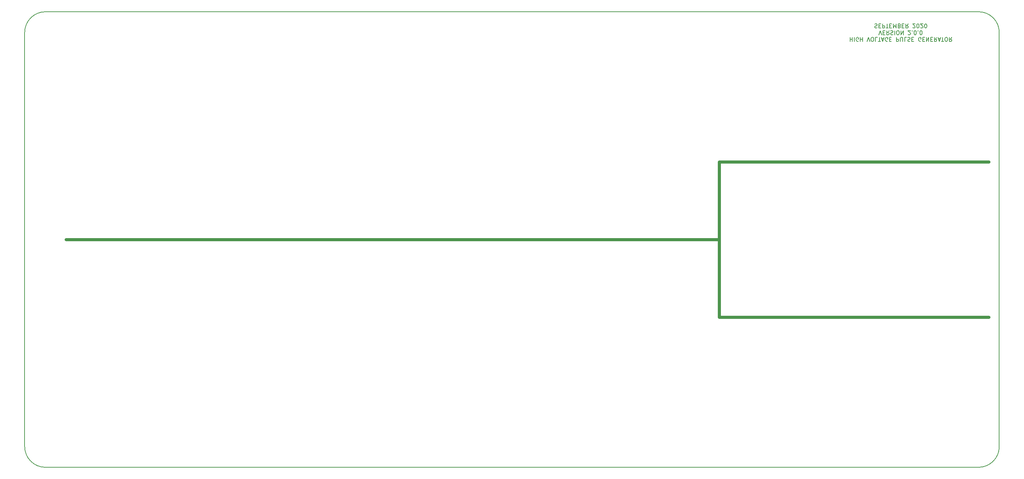
<source format=gbr>
%TF.GenerationSoftware,KiCad,Pcbnew,5.1.5+dfsg1-2+b1*%
%TF.CreationDate,2020-09-24T09:47:26-05:00*%
%TF.ProjectId,HV-pulse-generator,48562d70-756c-4736-952d-67656e657261,2.0.0*%
%TF.SameCoordinates,Original*%
%TF.FileFunction,Legend,Bot*%
%TF.FilePolarity,Positive*%
%FSLAX46Y46*%
G04 Gerber Fmt 4.6, Leading zero omitted, Abs format (unit mm)*
G04 Created by KiCad (PCBNEW 5.1.5+dfsg1-2+b1) date 2020-09-24 09:47:26*
%MOMM*%
%LPD*%
G04 APERTURE LIST*
%ADD10C,0.150000*%
%ADD11C,0.762000*%
%TA.AperFunction,Profile*%
%ADD12C,0.150000*%
%TD*%
G04 APERTURE END LIST*
D10*
X222521428Y-26597619D02*
X222521428Y-27597619D01*
X222521428Y-27121428D02*
X223092857Y-27121428D01*
X223092857Y-26597619D02*
X223092857Y-27597619D01*
X223569047Y-26597619D02*
X223569047Y-27597619D01*
X224569047Y-27550000D02*
X224473809Y-27597619D01*
X224330952Y-27597619D01*
X224188095Y-27550000D01*
X224092857Y-27454761D01*
X224045238Y-27359523D01*
X223997619Y-27169047D01*
X223997619Y-27026190D01*
X224045238Y-26835714D01*
X224092857Y-26740476D01*
X224188095Y-26645238D01*
X224330952Y-26597619D01*
X224426190Y-26597619D01*
X224569047Y-26645238D01*
X224616666Y-26692857D01*
X224616666Y-27026190D01*
X224426190Y-27026190D01*
X225045238Y-26597619D02*
X225045238Y-27597619D01*
X225045238Y-27121428D02*
X225616666Y-27121428D01*
X225616666Y-26597619D02*
X225616666Y-27597619D01*
X226711904Y-27597619D02*
X227045238Y-26597619D01*
X227378571Y-27597619D01*
X227902380Y-27597619D02*
X228092857Y-27597619D01*
X228188095Y-27550000D01*
X228283333Y-27454761D01*
X228330952Y-27264285D01*
X228330952Y-26930952D01*
X228283333Y-26740476D01*
X228188095Y-26645238D01*
X228092857Y-26597619D01*
X227902380Y-26597619D01*
X227807142Y-26645238D01*
X227711904Y-26740476D01*
X227664285Y-26930952D01*
X227664285Y-27264285D01*
X227711904Y-27454761D01*
X227807142Y-27550000D01*
X227902380Y-27597619D01*
X229235714Y-26597619D02*
X228759523Y-26597619D01*
X228759523Y-27597619D01*
X229426190Y-27597619D02*
X229997619Y-27597619D01*
X229711904Y-26597619D02*
X229711904Y-27597619D01*
X230283333Y-26883333D02*
X230759523Y-26883333D01*
X230188095Y-26597619D02*
X230521428Y-27597619D01*
X230854761Y-26597619D01*
X231711904Y-27550000D02*
X231616666Y-27597619D01*
X231473809Y-27597619D01*
X231330952Y-27550000D01*
X231235714Y-27454761D01*
X231188095Y-27359523D01*
X231140476Y-27169047D01*
X231140476Y-27026190D01*
X231188095Y-26835714D01*
X231235714Y-26740476D01*
X231330952Y-26645238D01*
X231473809Y-26597619D01*
X231569047Y-26597619D01*
X231711904Y-26645238D01*
X231759523Y-26692857D01*
X231759523Y-27026190D01*
X231569047Y-27026190D01*
X232188095Y-27121428D02*
X232521428Y-27121428D01*
X232664285Y-26597619D02*
X232188095Y-26597619D01*
X232188095Y-27597619D01*
X232664285Y-27597619D01*
X233854761Y-26597619D02*
X233854761Y-27597619D01*
X234235714Y-27597619D01*
X234330952Y-27550000D01*
X234378571Y-27502380D01*
X234426190Y-27407142D01*
X234426190Y-27264285D01*
X234378571Y-27169047D01*
X234330952Y-27121428D01*
X234235714Y-27073809D01*
X233854761Y-27073809D01*
X234854761Y-27597619D02*
X234854761Y-26788095D01*
X234902380Y-26692857D01*
X234950000Y-26645238D01*
X235045238Y-26597619D01*
X235235714Y-26597619D01*
X235330952Y-26645238D01*
X235378571Y-26692857D01*
X235426190Y-26788095D01*
X235426190Y-27597619D01*
X236378571Y-26597619D02*
X235902380Y-26597619D01*
X235902380Y-27597619D01*
X236664285Y-26645238D02*
X236807142Y-26597619D01*
X237045238Y-26597619D01*
X237140476Y-26645238D01*
X237188095Y-26692857D01*
X237235714Y-26788095D01*
X237235714Y-26883333D01*
X237188095Y-26978571D01*
X237140476Y-27026190D01*
X237045238Y-27073809D01*
X236854761Y-27121428D01*
X236759523Y-27169047D01*
X236711904Y-27216666D01*
X236664285Y-27311904D01*
X236664285Y-27407142D01*
X236711904Y-27502380D01*
X236759523Y-27550000D01*
X236854761Y-27597619D01*
X237092857Y-27597619D01*
X237235714Y-27550000D01*
X237664285Y-27121428D02*
X237997619Y-27121428D01*
X238140476Y-26597619D02*
X237664285Y-26597619D01*
X237664285Y-27597619D01*
X238140476Y-27597619D01*
X239854761Y-27550000D02*
X239759523Y-27597619D01*
X239616666Y-27597619D01*
X239473809Y-27550000D01*
X239378571Y-27454761D01*
X239330952Y-27359523D01*
X239283333Y-27169047D01*
X239283333Y-27026190D01*
X239330952Y-26835714D01*
X239378571Y-26740476D01*
X239473809Y-26645238D01*
X239616666Y-26597619D01*
X239711904Y-26597619D01*
X239854761Y-26645238D01*
X239902380Y-26692857D01*
X239902380Y-27026190D01*
X239711904Y-27026190D01*
X240330952Y-27121428D02*
X240664285Y-27121428D01*
X240807142Y-26597619D02*
X240330952Y-26597619D01*
X240330952Y-27597619D01*
X240807142Y-27597619D01*
X241235714Y-26597619D02*
X241235714Y-27597619D01*
X241807142Y-26597619D01*
X241807142Y-27597619D01*
X242283333Y-27121428D02*
X242616666Y-27121428D01*
X242759523Y-26597619D02*
X242283333Y-26597619D01*
X242283333Y-27597619D01*
X242759523Y-27597619D01*
X243759523Y-26597619D02*
X243426190Y-27073809D01*
X243188095Y-26597619D02*
X243188095Y-27597619D01*
X243569047Y-27597619D01*
X243664285Y-27550000D01*
X243711904Y-27502380D01*
X243759523Y-27407142D01*
X243759523Y-27264285D01*
X243711904Y-27169047D01*
X243664285Y-27121428D01*
X243569047Y-27073809D01*
X243188095Y-27073809D01*
X244140476Y-26883333D02*
X244616666Y-26883333D01*
X244045238Y-26597619D02*
X244378571Y-27597619D01*
X244711904Y-26597619D01*
X244902380Y-27597619D02*
X245473809Y-27597619D01*
X245188095Y-26597619D02*
X245188095Y-27597619D01*
X245997619Y-27597619D02*
X246188095Y-27597619D01*
X246283333Y-27550000D01*
X246378571Y-27454761D01*
X246426190Y-27264285D01*
X246426190Y-26930952D01*
X246378571Y-26740476D01*
X246283333Y-26645238D01*
X246188095Y-26597619D01*
X245997619Y-26597619D01*
X245902380Y-26645238D01*
X245807142Y-26740476D01*
X245759523Y-26930952D01*
X245759523Y-27264285D01*
X245807142Y-27454761D01*
X245902380Y-27550000D01*
X245997619Y-27597619D01*
X247426190Y-26597619D02*
X247092857Y-27073809D01*
X246854761Y-26597619D02*
X246854761Y-27597619D01*
X247235714Y-27597619D01*
X247330952Y-27550000D01*
X247378571Y-27502380D01*
X247426190Y-27407142D01*
X247426190Y-27264285D01*
X247378571Y-27169047D01*
X247330952Y-27121428D01*
X247235714Y-27073809D01*
X246854761Y-27073809D01*
X229616666Y-25947619D02*
X229950000Y-24947619D01*
X230283333Y-25947619D01*
X230616666Y-25471428D02*
X230950000Y-25471428D01*
X231092857Y-24947619D02*
X230616666Y-24947619D01*
X230616666Y-25947619D01*
X231092857Y-25947619D01*
X232092857Y-24947619D02*
X231759523Y-25423809D01*
X231521428Y-24947619D02*
X231521428Y-25947619D01*
X231902380Y-25947619D01*
X231997619Y-25900000D01*
X232045238Y-25852380D01*
X232092857Y-25757142D01*
X232092857Y-25614285D01*
X232045238Y-25519047D01*
X231997619Y-25471428D01*
X231902380Y-25423809D01*
X231521428Y-25423809D01*
X232473809Y-24995238D02*
X232616666Y-24947619D01*
X232854761Y-24947619D01*
X232950000Y-24995238D01*
X232997619Y-25042857D01*
X233045238Y-25138095D01*
X233045238Y-25233333D01*
X232997619Y-25328571D01*
X232950000Y-25376190D01*
X232854761Y-25423809D01*
X232664285Y-25471428D01*
X232569047Y-25519047D01*
X232521428Y-25566666D01*
X232473809Y-25661904D01*
X232473809Y-25757142D01*
X232521428Y-25852380D01*
X232569047Y-25900000D01*
X232664285Y-25947619D01*
X232902380Y-25947619D01*
X233045238Y-25900000D01*
X233473809Y-24947619D02*
X233473809Y-25947619D01*
X234140476Y-25947619D02*
X234330952Y-25947619D01*
X234426190Y-25900000D01*
X234521428Y-25804761D01*
X234569047Y-25614285D01*
X234569047Y-25280952D01*
X234521428Y-25090476D01*
X234426190Y-24995238D01*
X234330952Y-24947619D01*
X234140476Y-24947619D01*
X234045238Y-24995238D01*
X233950000Y-25090476D01*
X233902380Y-25280952D01*
X233902380Y-25614285D01*
X233950000Y-25804761D01*
X234045238Y-25900000D01*
X234140476Y-25947619D01*
X234997619Y-24947619D02*
X234997619Y-25947619D01*
X235569047Y-24947619D01*
X235569047Y-25947619D01*
X236759523Y-25852380D02*
X236807142Y-25900000D01*
X236902380Y-25947619D01*
X237140476Y-25947619D01*
X237235714Y-25900000D01*
X237283333Y-25852380D01*
X237330952Y-25757142D01*
X237330952Y-25661904D01*
X237283333Y-25519047D01*
X236711904Y-24947619D01*
X237330952Y-24947619D01*
X237759523Y-25042857D02*
X237807142Y-24995238D01*
X237759523Y-24947619D01*
X237711904Y-24995238D01*
X237759523Y-25042857D01*
X237759523Y-24947619D01*
X238426190Y-25947619D02*
X238521428Y-25947619D01*
X238616666Y-25900000D01*
X238664285Y-25852380D01*
X238711904Y-25757142D01*
X238759523Y-25566666D01*
X238759523Y-25328571D01*
X238711904Y-25138095D01*
X238664285Y-25042857D01*
X238616666Y-24995238D01*
X238521428Y-24947619D01*
X238426190Y-24947619D01*
X238330952Y-24995238D01*
X238283333Y-25042857D01*
X238235714Y-25138095D01*
X238188095Y-25328571D01*
X238188095Y-25566666D01*
X238235714Y-25757142D01*
X238283333Y-25852380D01*
X238330952Y-25900000D01*
X238426190Y-25947619D01*
X239188095Y-25042857D02*
X239235714Y-24995238D01*
X239188095Y-24947619D01*
X239140476Y-24995238D01*
X239188095Y-25042857D01*
X239188095Y-24947619D01*
X239854761Y-25947619D02*
X239950000Y-25947619D01*
X240045238Y-25900000D01*
X240092857Y-25852380D01*
X240140476Y-25757142D01*
X240188095Y-25566666D01*
X240188095Y-25328571D01*
X240140476Y-25138095D01*
X240092857Y-25042857D01*
X240045238Y-24995238D01*
X239950000Y-24947619D01*
X239854761Y-24947619D01*
X239759523Y-24995238D01*
X239711904Y-25042857D01*
X239664285Y-25138095D01*
X239616666Y-25328571D01*
X239616666Y-25566666D01*
X239664285Y-25757142D01*
X239711904Y-25852380D01*
X239759523Y-25900000D01*
X239854761Y-25947619D01*
X228569047Y-23345238D02*
X228711904Y-23297619D01*
X228950000Y-23297619D01*
X229045238Y-23345238D01*
X229092857Y-23392857D01*
X229140476Y-23488095D01*
X229140476Y-23583333D01*
X229092857Y-23678571D01*
X229045238Y-23726190D01*
X228950000Y-23773809D01*
X228759523Y-23821428D01*
X228664285Y-23869047D01*
X228616666Y-23916666D01*
X228569047Y-24011904D01*
X228569047Y-24107142D01*
X228616666Y-24202380D01*
X228664285Y-24250000D01*
X228759523Y-24297619D01*
X228997619Y-24297619D01*
X229140476Y-24250000D01*
X229569047Y-23821428D02*
X229902380Y-23821428D01*
X230045238Y-23297619D02*
X229569047Y-23297619D01*
X229569047Y-24297619D01*
X230045238Y-24297619D01*
X230473809Y-23297619D02*
X230473809Y-24297619D01*
X230854761Y-24297619D01*
X230950000Y-24250000D01*
X230997619Y-24202380D01*
X231045238Y-24107142D01*
X231045238Y-23964285D01*
X230997619Y-23869047D01*
X230950000Y-23821428D01*
X230854761Y-23773809D01*
X230473809Y-23773809D01*
X231330952Y-24297619D02*
X231902380Y-24297619D01*
X231616666Y-23297619D02*
X231616666Y-24297619D01*
X232235714Y-23821428D02*
X232569047Y-23821428D01*
X232711904Y-23297619D02*
X232235714Y-23297619D01*
X232235714Y-24297619D01*
X232711904Y-24297619D01*
X233140476Y-23297619D02*
X233140476Y-24297619D01*
X233473809Y-23583333D01*
X233807142Y-24297619D01*
X233807142Y-23297619D01*
X234616666Y-23821428D02*
X234759523Y-23773809D01*
X234807142Y-23726190D01*
X234854761Y-23630952D01*
X234854761Y-23488095D01*
X234807142Y-23392857D01*
X234759523Y-23345238D01*
X234664285Y-23297619D01*
X234283333Y-23297619D01*
X234283333Y-24297619D01*
X234616666Y-24297619D01*
X234711904Y-24250000D01*
X234759523Y-24202380D01*
X234807142Y-24107142D01*
X234807142Y-24011904D01*
X234759523Y-23916666D01*
X234711904Y-23869047D01*
X234616666Y-23821428D01*
X234283333Y-23821428D01*
X235283333Y-23821428D02*
X235616666Y-23821428D01*
X235759523Y-23297619D02*
X235283333Y-23297619D01*
X235283333Y-24297619D01*
X235759523Y-24297619D01*
X236759523Y-23297619D02*
X236426190Y-23773809D01*
X236188095Y-23297619D02*
X236188095Y-24297619D01*
X236569047Y-24297619D01*
X236664285Y-24250000D01*
X236711904Y-24202380D01*
X236759523Y-24107142D01*
X236759523Y-23964285D01*
X236711904Y-23869047D01*
X236664285Y-23821428D01*
X236569047Y-23773809D01*
X236188095Y-23773809D01*
X237902380Y-24202380D02*
X237950000Y-24250000D01*
X238045238Y-24297619D01*
X238283333Y-24297619D01*
X238378571Y-24250000D01*
X238426190Y-24202380D01*
X238473809Y-24107142D01*
X238473809Y-24011904D01*
X238426190Y-23869047D01*
X237854761Y-23297619D01*
X238473809Y-23297619D01*
X239092857Y-24297619D02*
X239188095Y-24297619D01*
X239283333Y-24250000D01*
X239330952Y-24202380D01*
X239378571Y-24107142D01*
X239426190Y-23916666D01*
X239426190Y-23678571D01*
X239378571Y-23488095D01*
X239330952Y-23392857D01*
X239283333Y-23345238D01*
X239188095Y-23297619D01*
X239092857Y-23297619D01*
X238997619Y-23345238D01*
X238950000Y-23392857D01*
X238902380Y-23488095D01*
X238854761Y-23678571D01*
X238854761Y-23916666D01*
X238902380Y-24107142D01*
X238950000Y-24202380D01*
X238997619Y-24250000D01*
X239092857Y-24297619D01*
X239807142Y-24202380D02*
X239854761Y-24250000D01*
X239950000Y-24297619D01*
X240188095Y-24297619D01*
X240283333Y-24250000D01*
X240330952Y-24202380D01*
X240378571Y-24107142D01*
X240378571Y-24011904D01*
X240330952Y-23869047D01*
X239759523Y-23297619D01*
X240378571Y-23297619D01*
X240997619Y-24297619D02*
X241092857Y-24297619D01*
X241188095Y-24250000D01*
X241235714Y-24202380D01*
X241283333Y-24107142D01*
X241330952Y-23916666D01*
X241330952Y-23678571D01*
X241283333Y-23488095D01*
X241235714Y-23392857D01*
X241188095Y-23345238D01*
X241092857Y-23297619D01*
X240997619Y-23297619D01*
X240902380Y-23345238D01*
X240854761Y-23392857D01*
X240807142Y-23488095D01*
X240759523Y-23678571D01*
X240759523Y-23916666D01*
X240807142Y-24107142D01*
X240854761Y-24202380D01*
X240902380Y-24250000D01*
X240997619Y-24297619D01*
D11*
X190500000Y-76200000D02*
X30480000Y-76200000D01*
X190500000Y-57150000D02*
X190500000Y-76200000D01*
X190500000Y-76200000D02*
X190500000Y-95250000D01*
X190500000Y-57150000D02*
X256540000Y-57150000D01*
X190500000Y-95250000D02*
X256540000Y-95250000D01*
D12*
X254000000Y-20320000D02*
G75*
G02X259080000Y-25400000I0J-5080000D01*
G01*
X20320000Y-25400000D02*
G75*
G02X25400000Y-20320000I5080000J0D01*
G01*
X25400000Y-132080000D02*
G75*
G02X20320000Y-127000000I0J5080000D01*
G01*
X259080000Y-127000000D02*
G75*
G02X254000000Y-132080000I-5080000J0D01*
G01*
X259080000Y-25400000D02*
X259080000Y-127000000D01*
X254000000Y-20320000D02*
X25400000Y-20320000D01*
X20320000Y-127000000D02*
X20320000Y-25400000D01*
X254000000Y-132080000D02*
X25400000Y-132080000D01*
M02*

</source>
